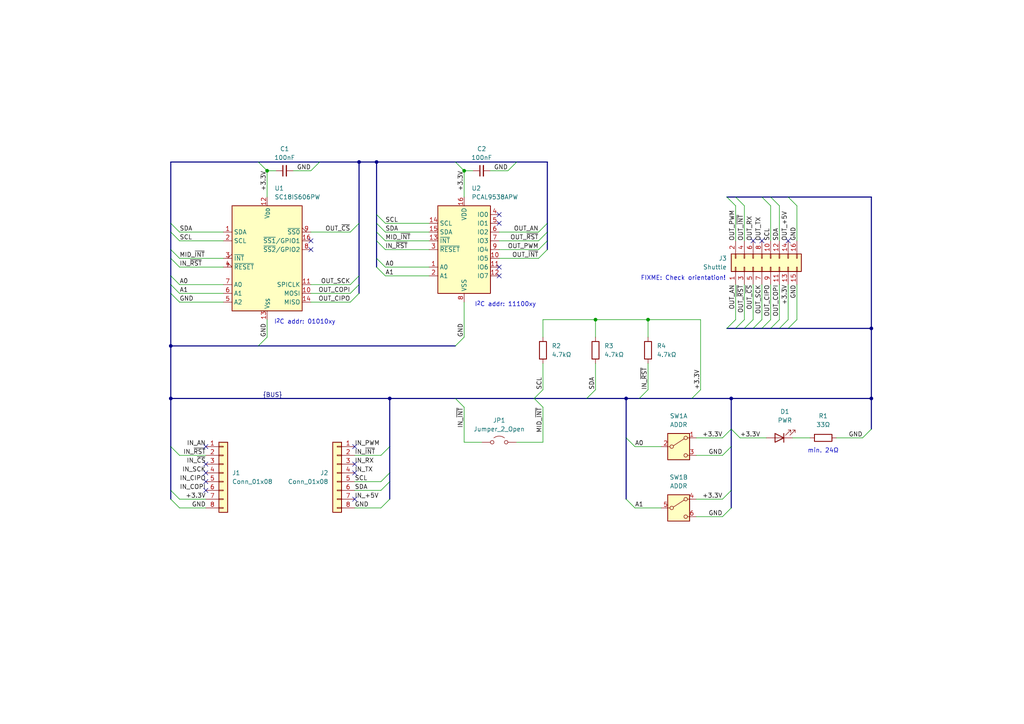
<source format=kicad_sch>
(kicad_sch (version 20250114) (generator "eeschema") (generator_version "9.0")
  (paper "A4")
  (lib_symbols
    (symbol "Connector_Generic:Conn_01x08" (pin_names (offset 1.016) (hide yes))
      (property "Reference" "J" (at 0 10.16 0))
      (property "Value" "Conn_01x08" (at 0 -12.7 0))
      (symbol "Conn_01x08_1_1"
        (rectangle (start -1.27 8.89) (end 1.27 -11.43) (stroke (width 0.254)) (fill (type background)))
        (rectangle (start -1.27 7.747) (end 0 7.493) (stroke (width 0.1524)))
        (rectangle (start -1.27 5.207) (end 0 4.953) (stroke (width 0.1524)))
        (rectangle (start -1.27 2.667) (end 0 2.413) (stroke (width 0.1524)))
        (rectangle (start -1.27 0.127) (end 0 -0.127) (stroke (width 0.1524)))
        (rectangle (start -1.27 -2.413) (end 0 -2.667) (stroke (width 0.1524)))
        (rectangle (start -1.27 -4.953) (end 0 -5.207) (stroke (width 0.1524)))
        (rectangle (start -1.27 -7.493) (end 0 -7.747) (stroke (width 0.1524)))
        (rectangle (start -1.27 -10.033) (end 0 -10.287) (stroke (width 0.1524)))
        (pin passive line (at -5.08 7.62 0) (length 3.81) (name "Pin_1") (number "1"))
        (pin passive line (at -5.08 5.08 0) (length 3.81) (name "Pin_2") (number "2"))
        (pin passive line (at -5.08 2.54 0) (length 3.81) (name "Pin_3") (number "3"))
        (pin passive line (at -5.08 0 0) (length 3.81) (name "Pin_4") (number "4"))
        (pin passive line (at -5.08 -2.54 0) (length 3.81) (name "Pin_5") (number "5"))
        (pin passive line (at -5.08 -5.08 0) (length 3.81) (name "Pin_6") (number "6"))
        (pin passive line (at -5.08 -7.62 0) (length 3.81) (name "Pin_7") (number "7"))
        (pin passive line (at -5.08 -10.16 0) (length 3.81) (name "Pin_8") (number "8"))
      )
    )
    (symbol "Connector_Generic:Conn_02x08_Odd_Even" (pin_names (offset 1.016) (hide yes))
      (property "Reference" "J" (at 1.27 10.16 0))
      (property "Value" "Conn_02x08_Odd_Even" (at 1.27 -12.7 0))
      (symbol "Conn_02x08_Odd_Even_1_1"
        (rectangle (start -1.27 8.89) (end 3.81 -11.43) (stroke (width 0.254)) (fill (type background)))
        (rectangle (start -1.27 7.747) (end 0 7.493) (stroke (width 0.1524)))
        (rectangle (start -1.27 5.207) (end 0 4.953) (stroke (width 0.1524)))
        (rectangle (start -1.27 2.667) (end 0 2.413) (stroke (width 0.1524)))
        (rectangle (start -1.27 0.127) (end 0 -0.127) (stroke (width 0.1524)))
        (rectangle (start -1.27 -2.413) (end 0 -2.667) (stroke (width 0.1524)))
        (rectangle (start -1.27 -4.953) (end 0 -5.207) (stroke (width 0.1524)))
        (rectangle (start -1.27 -7.493) (end 0 -7.747) (stroke (width 0.1524)))
        (rectangle (start -1.27 -10.033) (end 0 -10.287) (stroke (width 0.1524)))
        (rectangle (start 3.81 7.747) (end 2.54 7.493) (stroke (width 0.1524)))
        (rectangle (start 3.81 5.207) (end 2.54 4.953) (stroke (width 0.1524)))
        (rectangle (start 3.81 2.667) (end 2.54 2.413) (stroke (width 0.1524)))
        (rectangle (start 3.81 0.127) (end 2.54 -0.127) (stroke (width 0.1524)))
        (rectangle (start 3.81 -2.413) (end 2.54 -2.667) (stroke (width 0.1524)))
        (rectangle (start 3.81 -4.953) (end 2.54 -5.207) (stroke (width 0.1524)))
        (rectangle (start 3.81 -7.493) (end 2.54 -7.747) (stroke (width 0.1524)))
        (rectangle (start 3.81 -10.033) (end 2.54 -10.287) (stroke (width 0.1524)))
        (pin passive line (at -5.08 7.62 0) (length 3.81) (name "Pin_1") (number "1"))
        (pin passive line (at -5.08 5.08 0) (length 3.81) (name "Pin_3") (number "3"))
        (pin passive line (at -5.08 2.54 0) (length 3.81) (name "Pin_5") (number "5"))
        (pin passive line (at -5.08 0 0) (length 3.81) (name "Pin_7") (number "7"))
        (pin passive line (at -5.08 -2.54 0) (length 3.81) (name "Pin_9") (number "9"))
        (pin passive line (at -5.08 -5.08 0) (length 3.81) (name "Pin_11") (number "11"))
        (pin passive line (at -5.08 -7.62 0) (length 3.81) (name "Pin_13") (number "13"))
        (pin passive line (at -5.08 -10.16 0) (length 3.81) (name "Pin_15") (number "15"))
        (pin passive line (at 7.62 7.62 180) (length 3.81) (name "Pin_2") (number "2"))
        (pin passive line (at 7.62 5.08 180) (length 3.81) (name "Pin_4") (number "4"))
        (pin passive line (at 7.62 2.54 180) (length 3.81) (name "Pin_6") (number "6"))
        (pin passive line (at 7.62 0 180) (length 3.81) (name "Pin_8") (number "8"))
        (pin passive line (at 7.62 -2.54 180) (length 3.81) (name "Pin_10") (number "10"))
        (pin passive line (at 7.62 -5.08 180) (length 3.81) (name "Pin_12") (number "12"))
        (pin passive line (at 7.62 -7.62 180) (length 3.81) (name "Pin_14") (number "14"))
        (pin passive line (at 7.62 -10.16 180) (length 3.81) (name "Pin_16") (number "16"))
      )
    )
    (symbol "Device:C_Small" (pin_numbers (hide yes)) (pin_names (offset 0.254) (hide yes))
      (property "Reference" "C" (at 0.254 1.778 0))
      (property "Value" "C_Small" (at 0.254 -2.032 0))
      (symbol "C_Small_0_1"
        (polyline (pts (xy -1.524 0.508) (xy 1.524 0.508)) (stroke (width 0.3048)))
        (polyline (pts (xy -1.524 -0.508) (xy 1.524 -0.508)) (stroke (width 0.3302)))
      )
      (symbol "C_Small_1_1"
        (pin passive line (at 0 2.54 270) (length 2.032) (name "~") (number "1"))
        (pin passive line (at 0 -2.54 90) (length 2.032) (name "~") (number "2"))
      )
    )
    (symbol "Device:LED" (pin_numbers (hide yes)) (pin_names (offset 1.016) (hide yes))
      (property "Reference" "D" (at 0 2.54 0))
      (property "Value" "LED" (at 0 -2.54 0))
      (symbol "LED_0_1"
        (polyline (pts (xy -3.048 -0.762) (xy -4.572 -2.286) (xy -3.81 -2.286) (xy -4.572 -2.286) (xy -4.572 -1.524)))
        (polyline (pts (xy -1.778 -0.762) (xy -3.302 -2.286) (xy -2.54 -2.286) (xy -3.302 -2.286) (xy -3.302 -1.524)))
        (polyline (pts (xy -1.27 0) (xy 1.27 0)))
        (polyline (pts (xy -1.27 -1.27) (xy -1.27 1.27)) (stroke (width 0.254)))
        (polyline (pts (xy 1.27 -1.27) (xy 1.27 1.27) (xy -1.27 0) (xy 1.27 -1.27)) (stroke (width 0.254)))
      )
      (symbol "LED_1_1"
        (pin passive line (at -3.81 0 0) (length 2.54) (name "K") (number "1"))
        (pin passive line (at 3.81 0 180) (length 2.54) (name "A") (number "2"))
      )
    )
    (symbol "Device:R" (pin_numbers (hide yes)) (pin_names (offset 0))
      (property "Reference" "R" (at 2.032 0 90))
      (property "Value" "R" (at 0 0 90))
      (symbol "R_0_1"
        (rectangle (start -1.016 -2.54) (end 1.016 2.54) (stroke (width 0.254)))
      )
      (symbol "R_1_1"
        (pin passive line (at 0 3.81 270) (length 1.27) (name "~") (number "1"))
        (pin passive line (at 0 -3.81 90) (length 1.27) (name "~") (number "2"))
      )
    )
    (symbol "Interface:SC18IS606PW"
      (property "Reference" "U" (at -10.16 16.764 0))
      (property "Value" "SC18IS606PW" (at 1.27 16.764 0))
      (symbol "SC18IS606PW_1_1"
        (rectangle (start -10.16 15.24) (end 10.16 -15.24) (stroke (width 0.254)) (fill (type background)))
        (pin bidirectional line (at -12.7 7.62 0) (length 2.54) (name "SDA") (number "1"))
        (pin input line (at -12.7 5.08 0) (length 2.54) (name "SCL") (number "2"))
        (pin open_collector output_low (at -12.7 0 0) (length 2.54) (name "~{INT}") (number "3"))
        (pin input input_low (at -12.7 -2.54 0) (length 2.54) (name "~{RESET}") (number "4"))
        (pin input line (at -12.7 -7.62 0) (length 2.54) (name "A0") (number "7"))
        (pin input line (at -12.7 -10.16 0) (length 2.54) (name "A1") (number "6"))
        (pin input line (at -12.7 -12.7 0) (length 2.54) (name "A2") (number "5"))
        (pin power_in line (at 0 17.78 270) (length 2.54) (name "V_{DD}") (number "12"))
        (pin passive line (at 0 17.78 270) (length 2.54) (hide yes) (name "V_{DD}") (number "15"))
        (pin power_in line (at 0 -17.78 90) (length 2.54) (name "V_{SS}") (number "13"))
        (pin bidirectional line (at 12.7 7.62 180) (length 2.54) (name "~{SS0}/GPIO0") (number "9") (alternate "~{SS0}" output output_low))
        (pin bidirectional line (at 12.7 5.08 180) (length 2.54) (name "~{SS1}/GPIO1") (number "16"))
        (pin bidirectional line (at 12.7 2.54 180) (length 2.54) (name "~{SS2}/GPIO2") (number "8"))
        (pin output line (at 12.7 -7.62 180) (length 2.54) (name "SPICLK") (number "11"))
        (pin output line (at 12.7 -10.16 180) (length 2.54) (name "MOSI") (number "10"))
        (pin output line (at 12.7 -12.7 180) (length 2.54) (name "MISO") (number "14"))
      )
    )
    (symbol "Interface_Expansion:PCA9538D"
      (property "Reference" "U" (at -7.62 13.97 0))
      (property "Value" "PCA9538D" (at 2.54 13.97 0))
      (symbol "PCA9538D_0_1"
        (rectangle (start -7.62 12.7) (end 7.62 -12.7) (stroke (width 0.254)) (fill (type background)))
      )
      (symbol "PCA9538D_1_1"
        (pin input line (at -10.16 7.62 0) (length 2.54) (name "SCL") (number "14"))
        (pin bidirectional line (at -10.16 5.08 0) (length 2.54) (name "SDA") (number "15"))
        (pin open_collector line (at -10.16 2.54 0) (length 2.54) (name "~{INT}") (number "13"))
        (pin input line (at -10.16 0 0) (length 2.54) (name "~{RESET}") (number "3"))
        (pin input line (at -10.16 -5.08 0) (length 2.54) (name "A0") (number "1"))
        (pin input line (at -10.16 -7.62 0) (length 2.54) (name "A1") (number "2"))
        (pin power_in line (at 0 15.24 270) (length 2.54) (name "VDD") (number "16"))
        (pin power_in line (at 0 -15.24 90) (length 2.54) (name "VSS") (number "8"))
        (pin bidirectional line (at 10.16 10.16 180) (length 2.54) (name "IO0") (number "4"))
        (pin bidirectional line (at 10.16 7.62 180) (length 2.54) (name "IO1") (number "5"))
        (pin bidirectional line (at 10.16 5.08 180) (length 2.54) (name "IO2") (number "6"))
        (pin bidirectional line (at 10.16 2.54 180) (length 2.54) (name "IO3") (number "7"))
        (pin bidirectional line (at 10.16 0 180) (length 2.54) (name "IO4") (number "9"))
        (pin bidirectional line (at 10.16 -2.54 180) (length 2.54) (name "IO5") (number "10"))
        (pin bidirectional line (at 10.16 -5.08 180) (length 2.54) (name "IO6") (number "11"))
        (pin bidirectional line (at 10.16 -7.62 180) (length 2.54) (name "IO7") (number "12"))
      )
    )
    (symbol "Jumper:Jumper_2_Open" (pin_numbers (hide yes)) (pin_names (offset 0) (hide yes))
      (property "Reference" "JP" (at 0 2.794 0))
      (property "Value" "Jumper_2_Open" (at 0 -2.286 0))
      (symbol "Jumper_2_Open_0_0"
        (circle (center -2.032 0) (radius 0.508))
        (circle (center 2.032 0) (radius 0.508))
      )
      (symbol "Jumper_2_Open_0_1"
        (arc (start -1.524 1.27) (mid 0 1.778) (end 1.524 1.27))
      )
      (symbol "Jumper_2_Open_1_1"
        (pin passive line (at -5.08 0 0) (length 2.54) (name "A") (number "1"))
        (pin passive line (at 5.08 0 180) (length 2.54) (name "B") (number "2"))
      )
    )
    (symbol "Switch:SW_DPDT_x2" (pin_names (offset 0) (hide yes))
      (property "Reference" "SW" (at 0 5.08 0))
      (property "Value" "SW_DPDT_x2" (at 0 -5.08 0))
      (symbol "SW_DPDT_x2_0_0"
        (circle (center -2.032 0) (radius 0.508))
        (circle (center 2.032 -2.54) (radius 0.508))
      )
      (symbol "SW_DPDT_x2_0_1"
        (rectangle (start -3.175 3.81) (end 3.175 -3.81) (stroke (width 0.254)) (fill (type background)))
        (polyline (pts (xy -1.524 0.254) (xy 1.5748 2.286)))
        (circle (center 2.032 2.54) (radius 0.508))
      )
      (symbol "SW_DPDT_x2_1_1"
        (pin passive line (at -5.08 0 0) (length 2.54) (name "B") (number "2"))
        (pin passive line (at 5.08 2.54 180) (length 2.54) (name "A") (number "1"))
        (pin passive line (at 5.08 -2.54 180) (length 2.54) (name "C") (number "3"))
      )
      (symbol "SW_DPDT_x2_2_1"
        (pin passive line (at -5.08 0 0) (length 2.54) (name "B") (number "5"))
        (pin passive line (at 5.08 2.54 180) (length 2.54) (name "A") (number "4"))
        (pin passive line (at 5.08 -2.54 180) (length 2.54) (name "C") (number "6"))
      )
    )
  )
  (bus_alias "BUS" (members "IN_~{RST}" "+3.3V" "+5V" "GND" "OUT_~{RST}" "OUT_AN" "OUT_~{CS}" "OUT_SCK" "OUT_CIPO" "OUT_COPI" "SCL" "SDA" "OUT_~{INT}" "OUT_PWM" "A0" "A1"))
  (text "min. 24Ω" (at 238.76 130.81 0) (effects (font (size 1.27 1.27))))
  (text "FIXME: Check orientation!" (at 210.566 80.01 0) (effects (font (size 1.27 1.27)) (justify right top)))
  (text "I^{2}C addr: 11100xy" (at 137.668 87.63 0) (effects (font (size 1.27 1.27)) (justify left top)))
  (text "I^{2}C addr: 01010xy" (at 79.502 92.71 0) (effects (font (size 1.27 1.27)) (justify left top)))
  (junction (at 212.09 115.57))
  (junction (at 49.53 100.33))
  (junction (at 181.61 115.57))
  (junction (at 77.47 49.53))
  (junction (at 187.96 92.71))
  (junction (at 134.62 49.53))
  (junction (at 49.53 115.57))
  (junction (at 172.72 92.71))
  (junction (at 104.14 46.99))
  (junction (at 252.73 95.25))
  (junction (at 252.73 115.57))
  (junction (at 109.22 46.99))
  (junction (at 113.03 115.57))
  (no_connect (at 59.69 142.24))
  (no_connect (at 228.6 69.85))
  (no_connect (at 102.87 144.78))
  (no_connect (at 102.87 134.62))
  (no_connect (at 59.69 139.7))
  (no_connect (at 59.69 134.62))
  (no_connect (at 218.44 69.85))
  (no_connect (at 90.17 72.39))
  (no_connect (at 59.69 129.54))
  (no_connect (at 144.78 77.47))
  (no_connect (at 59.69 137.16))
  (no_connect (at 144.78 64.77))
  (no_connect (at 144.78 80.01))
  (no_connect (at 102.87 129.54))
  (no_connect (at 220.98 69.85))
  (no_connect (at 144.78 62.23))
  (no_connect (at 102.87 137.16))
  (no_connect (at 90.17 69.85))
  (bus_entry (at 49.53 67.31) (size 2.54 2.54))
  (bus_entry (at 218.44 95.25) (size 2.54 -2.54))
  (bus_entry (at 109.22 64.77) (size 2.54 2.54))
  (bus_entry (at 220.98 95.25) (size 2.54 -2.54))
  (bus_entry (at 187.96 113.03) (size -2.54 2.54))
  (bus_entry (at 210.82 57.15) (size 2.54 2.54))
  (bus_entry (at 90.17 49.53) (size 2.54 -2.54))
  (bus_entry (at 172.72 113.03) (size -2.54 2.54))
  (bus_entry (at 223.52 57.15) (size 2.54 2.54))
  (bus_entry (at 181.61 144.78) (size 2.54 2.54))
  (bus_entry (at 158.75 69.85) (size -2.54 2.54))
  (bus_entry (at 223.52 95.25) (size 2.54 -2.54))
  (bus_entry (at 49.53 80.01) (size 2.54 2.54))
  (bus_entry (at 209.55 149.86) (size 2.54 -2.54))
  (bus_entry (at 109.22 77.47) (size 2.54 2.54))
  (bus_entry (at 181.61 127) (size 2.54 2.54))
  (bus_entry (at 104.14 85.09) (size -2.54 2.54))
  (bus_entry (at 158.75 64.77) (size -2.54 2.54))
  (bus_entry (at 113.03 129.54) (size -2.54 2.54))
  (bus_entry (at 113.03 139.7) (size -2.54 2.54))
  (bus_entry (at 158.75 67.31) (size -2.54 2.54))
  (bus_entry (at 134.62 118.11) (size -2.54 -2.54))
  (bus_entry (at 113.03 144.78) (size -2.54 2.54))
  (bus_entry (at 109.22 67.31) (size 2.54 2.54))
  (bus_entry (at 213.36 95.25) (size 2.54 -2.54))
  (bus_entry (at 210.82 95.25) (size 2.54 -2.54))
  (bus_entry (at 209.55 132.08) (size 2.54 -2.54))
  (bus_entry (at 147.32 49.53) (size 2.54 -2.54))
  (bus_entry (at 109.22 62.23) (size 2.54 2.54))
  (bus_entry (at 52.07 147.32) (size -2.54 -2.54))
  (bus_entry (at 214.63 127) (size -2.54 -2.54))
  (bus_entry (at 49.53 74.93) (size 2.54 2.54))
  (bus_entry (at 109.22 69.85) (size 2.54 2.54))
  (bus_entry (at 228.6 95.25) (size 2.54 -2.54))
  (bus_entry (at 250.19 127) (size 2.54 -2.54))
  (bus_entry (at 104.14 82.55) (size -2.54 2.54))
  (bus_entry (at 49.53 64.77) (size 2.54 2.54))
  (bus_entry (at 74.93 46.99) (size 2.54 2.54))
  (bus_entry (at 157.48 113.03) (size -2.54 2.54))
  (bus_entry (at 113.03 137.16) (size -2.54 2.54))
  (bus_entry (at 49.53 82.55) (size 2.54 2.54))
  (bus_entry (at 52.07 144.78) (size -2.54 -2.54))
  (bus_entry (at 213.36 57.15) (size 2.54 2.54))
  (bus_entry (at 209.55 127) (size 2.54 -2.54))
  (bus_entry (at 132.08 100.33) (size 2.54 -2.54))
  (bus_entry (at 158.75 72.39) (size -2.54 2.54))
  (bus_entry (at 215.9 95.25) (size 2.54 -2.54))
  (bus_entry (at 52.07 132.08) (size -2.54 -2.54))
  (bus_entry (at 200.66 115.57) (size 2.54 -2.54))
  (bus_entry (at 132.08 46.99) (size 2.54 2.54))
  (bus_entry (at 49.53 85.09) (size 2.54 2.54))
  (bus_entry (at 49.53 72.39) (size 2.54 2.54))
  (bus_entry (at 74.93 100.33) (size 2.54 -2.54))
  (bus_entry (at 109.22 74.93) (size 2.54 2.54))
  (bus_entry (at 157.48 118.11) (size -2.54 -2.54))
  (bus_entry (at 226.06 95.25) (size 2.54 -2.54))
  (bus_entry (at 228.6 57.15) (size 2.54 2.54))
  (bus_entry (at 220.98 57.15) (size 2.54 2.54))
  (bus_entry (at 104.14 64.77) (size -2.54 2.54))
  (bus_entry (at 104.14 80.01) (size -2.54 2.54))
  (bus_entry (at 209.55 144.78) (size 2.54 -2.54))
  (wire (pts (xy 226.06 59.69) (xy 226.06 69.85)))
  (wire (pts (xy 215.9 59.69) (xy 215.9 69.85)))
  (wire (pts (xy 52.07 147.32) (xy 59.69 147.32)))
  (bus (pts (xy 210.82 95.25) (xy 213.36 95.25)))
  (wire (pts (xy 52.07 67.31) (xy 64.77 67.31)))
  (wire (pts (xy 111.76 77.47) (xy 124.46 77.47)))
  (bus (pts (xy 113.03 115.57) (xy 49.53 115.57)))
  (bus (pts (xy 226.06 95.25) (xy 228.6 95.25)))
  (bus (pts (xy 223.52 95.25) (xy 226.06 95.25)))
  (bus (pts (xy 104.14 80.01) (xy 104.14 82.55)))
  (wire (pts (xy 201.93 127) (xy 209.55 127)))
  (bus (pts (xy 49.53 142.24) (xy 49.53 144.78)))
  (bus (pts (xy 113.03 115.57) (xy 132.08 115.57)))
  (wire (pts (xy 184.15 147.32) (xy 191.77 147.32)))
  (wire (pts (xy 77.47 49.53) (xy 80.01 49.53)))
  (bus (pts (xy 228.6 57.15) (xy 252.73 57.15)))
  (bus (pts (xy 49.53 100.33) (xy 74.93 100.33)))
  (bus (pts (xy 158.75 46.99) (xy 149.86 46.99)))
  (wire (pts (xy 111.76 64.77) (xy 124.46 64.77)))
  (wire (pts (xy 102.87 142.24) (xy 110.49 142.24)))
  (wire (pts (xy 201.93 132.08) (xy 209.55 132.08)))
  (wire (pts (xy 144.78 67.31) (xy 156.21 67.31)))
  (wire (pts (xy 52.07 74.93) (xy 64.77 74.93)))
  (wire (pts (xy 223.52 82.55) (xy 223.52 92.71)))
  (wire (pts (xy 201.93 149.86) (xy 209.55 149.86)))
  (bus (pts (xy 170.18 115.57) (xy 181.61 115.57)))
  (bus (pts (xy 49.53 46.99) (xy 74.93 46.99)))
  (bus (pts (xy 109.22 64.77) (xy 109.22 67.31)))
  (wire (pts (xy 218.44 82.55) (xy 218.44 92.71)))
  (wire (pts (xy 90.17 85.09) (xy 101.6 85.09)))
  (wire (pts (xy 228.6 82.55) (xy 228.6 92.71)))
  (bus (pts (xy 158.75 69.85) (xy 158.75 72.39)))
  (bus (pts (xy 113.03 139.7) (xy 113.03 137.16)))
  (wire (pts (xy 90.17 87.63) (xy 101.6 87.63)))
  (bus (pts (xy 212.09 142.24) (xy 212.09 147.32)))
  (wire (pts (xy 172.72 105.41) (xy 172.72 113.03)))
  (bus (pts (xy 149.86 46.99) (xy 132.08 46.99)))
  (wire (pts (xy 77.47 92.71) (xy 77.47 97.79)))
  (bus (pts (xy 158.75 46.99) (xy 158.75 64.77)))
  (bus (pts (xy 113.03 139.7) (xy 113.03 144.78)))
  (bus (pts (xy 185.42 115.57) (xy 200.66 115.57)))
  (wire (pts (xy 226.06 82.55) (xy 226.06 92.71)))
  (wire (pts (xy 229.87 127) (xy 234.95 127)))
  (wire (pts (xy 157.48 128.27) (xy 149.86 128.27)))
  (wire (pts (xy 214.63 127) (xy 222.25 127)))
  (wire (pts (xy 144.78 69.85) (xy 156.21 69.85)))
  (bus (pts (xy 49.53 80.01) (xy 49.53 74.93)))
  (bus (pts (xy 220.98 57.15) (xy 223.52 57.15)))
  (bus (pts (xy 49.53 64.77) (xy 49.53 46.99)))
  (wire (pts (xy 134.62 49.53) (xy 137.16 49.53)))
  (wire (pts (xy 215.9 82.55) (xy 215.9 92.71)))
  (bus (pts (xy 215.9 95.25) (xy 218.44 95.25)))
  (wire (pts (xy 157.48 92.71) (xy 157.48 97.79)))
  (wire (pts (xy 134.62 128.27) (xy 139.7 128.27)))
  (bus (pts (xy 49.53 85.09) (xy 49.53 82.55)))
  (wire (pts (xy 102.87 132.08) (xy 110.49 132.08)))
  (wire (pts (xy 90.17 67.31) (xy 101.6 67.31)))
  (wire (pts (xy 52.07 85.09) (xy 64.77 85.09)))
  (wire (pts (xy 134.62 49.53) (xy 134.62 57.15)))
  (wire (pts (xy 111.76 80.01) (xy 124.46 80.01)))
  (wire (pts (xy 102.87 147.32) (xy 110.49 147.32)))
  (bus (pts (xy 74.93 100.33) (xy 132.08 100.33)))
  (bus (pts (xy 212.09 124.46) (xy 212.09 129.54)))
  (bus (pts (xy 49.53 82.55) (xy 49.53 80.01)))
  (bus (pts (xy 49.53 115.57) (xy 49.53 100.33)))
  (wire (pts (xy 134.62 118.11) (xy 134.62 128.27)))
  (bus (pts (xy 181.61 127) (xy 181.61 144.78)))
  (wire (pts (xy 187.96 92.71) (xy 172.72 92.71)))
  (bus (pts (xy 228.6 95.25) (xy 252.73 95.25)))
  (wire (pts (xy 223.52 59.69) (xy 223.52 69.85)))
  (bus (pts (xy 109.22 69.85) (xy 109.22 74.93)))
  (wire (pts (xy 157.48 128.27) (xy 157.48 118.11)))
  (bus (pts (xy 218.44 95.25) (xy 220.98 95.25)))
  (bus (pts (xy 223.52 57.15) (xy 228.6 57.15)))
  (bus (pts (xy 49.53 100.33) (xy 49.53 85.09)))
  (wire (pts (xy 90.17 82.55) (xy 101.6 82.55)))
  (wire (pts (xy 52.07 69.85) (xy 64.77 69.85)))
  (wire (pts (xy 213.36 82.55) (xy 213.36 92.71)))
  (bus (pts (xy 92.71 46.99) (xy 104.14 46.99)))
  (bus (pts (xy 200.66 115.57) (xy 212.09 115.57)))
  (wire (pts (xy 111.76 67.31) (xy 124.46 67.31)))
  (bus (pts (xy 213.36 95.25) (xy 215.9 95.25)))
  (bus (pts (xy 212.09 115.57) (xy 212.09 124.46)))
  (wire (pts (xy 184.15 129.54) (xy 191.77 129.54)))
  (wire (pts (xy 231.14 82.55) (xy 231.14 92.71)))
  (wire (pts (xy 220.98 82.55) (xy 220.98 92.71)))
  (bus (pts (xy 104.14 46.99) (xy 104.14 64.77)))
  (bus (pts (xy 181.61 115.57) (xy 185.42 115.57)))
  (wire (pts (xy 52.07 87.63) (xy 64.77 87.63)))
  (bus (pts (xy 158.75 67.31) (xy 158.75 69.85)))
  (bus (pts (xy 49.53 129.54) (xy 49.53 142.24)))
  (bus (pts (xy 49.53 74.93) (xy 49.53 72.39)))
  (wire (pts (xy 144.78 72.39) (xy 156.21 72.39)))
  (bus (pts (xy 252.73 95.25) (xy 252.73 115.57)))
  (wire (pts (xy 242.57 127) (xy 250.19 127)))
  (bus (pts (xy 109.22 62.23) (xy 109.22 64.77)))
  (bus (pts (xy 104.14 64.77) (xy 104.14 80.01)))
  (bus (pts (xy 220.98 95.25) (xy 223.52 95.25)))
  (bus (pts (xy 213.36 57.15) (xy 220.98 57.15)))
  (wire (pts (xy 231.14 59.69) (xy 231.14 69.85)))
  (bus (pts (xy 113.03 137.16) (xy 113.03 129.54)))
  (bus (pts (xy 74.93 46.99) (xy 92.71 46.99)))
  (wire (pts (xy 203.2 113.03) (xy 203.2 92.71)))
  (bus (pts (xy 181.61 115.57) (xy 181.61 127)))
  (wire (pts (xy 52.07 144.78) (xy 59.69 144.78)))
  (wire (pts (xy 144.78 74.93) (xy 156.21 74.93)))
  (bus (pts (xy 49.53 67.31) (xy 49.53 64.77)))
  (bus (pts (xy 252.73 115.57) (xy 252.73 124.46)))
  (wire (pts (xy 201.93 144.78) (xy 209.55 144.78)))
  (bus (pts (xy 109.22 74.93) (xy 109.22 77.47)))
  (bus (pts (xy 109.22 46.99) (xy 132.08 46.99)))
  (bus (pts (xy 104.14 46.99) (xy 109.22 46.99)))
  (bus (pts (xy 49.53 72.39) (xy 49.53 67.31)))
  (bus (pts (xy 109.22 67.31) (xy 109.22 69.85)))
  (bus (pts (xy 49.53 115.57) (xy 49.53 129.54)))
  (bus (pts (xy 210.82 57.15) (xy 213.36 57.15)))
  (wire (pts (xy 172.72 92.71) (xy 172.72 97.79)))
  (wire (pts (xy 52.07 82.55) (xy 64.77 82.55)))
  (wire (pts (xy 187.96 92.71) (xy 187.96 97.79)))
  (wire (pts (xy 142.24 49.53) (xy 147.32 49.53)))
  (bus (pts (xy 113.03 129.54) (xy 113.03 115.57)))
  (bus (pts (xy 132.08 115.57) (xy 154.94 115.57)))
  (wire (pts (xy 111.76 72.39) (xy 124.46 72.39)))
  (bus (pts (xy 212.09 129.54) (xy 212.09 142.24)))
  (bus (pts (xy 158.75 64.77) (xy 158.75 67.31)))
  (wire (pts (xy 52.07 132.08) (xy 59.69 132.08)))
  (wire (pts (xy 85.09 49.53) (xy 90.17 49.53)))
  (wire (pts (xy 187.96 105.41) (xy 187.96 113.03)))
  (bus (pts (xy 154.94 115.57) (xy 170.18 115.57)))
  (wire (pts (xy 157.48 105.41) (xy 157.48 113.03)))
  (wire (pts (xy 134.62 87.63) (xy 134.62 97.79)))
  (bus (pts (xy 212.09 115.57) (xy 252.73 115.57)))
  (bus (pts (xy 252.73 57.15) (xy 252.73 95.25)))
  (wire (pts (xy 203.2 92.71) (xy 187.96 92.71)))
  (bus (pts (xy 109.22 46.99) (xy 109.22 62.23)))
  (wire (pts (xy 52.07 77.47) (xy 64.77 77.47)))
  (bus (pts (xy 104.14 82.55) (xy 104.14 85.09)))
  (wire (pts (xy 102.87 139.7) (xy 110.49 139.7)))
  (wire (pts (xy 77.47 49.53) (xy 77.47 57.15)))
  (wire (pts (xy 213.36 59.69) (xy 213.36 69.85)))
  (wire (pts (xy 111.76 69.85) (xy 124.46 69.85)))
  (wire (pts (xy 172.72 92.71) (xy 157.48 92.71)))
  (label "OUT_~{RST}" (at 156.21 69.85 180))
  (label "OUT_~{INT}" (at 156.21 74.93 180))
  (label "+3.3V" (at 209.55 127 180))
  (label "A0" (at 184.15 129.54 0))
  (label "GND" (at 59.69 147.32 180))
  (label "OUT_~{CS}" (at 101.6 67.31 180))
  (label "OUT_AN" (at 213.36 82.55 270))
  (label "A1" (at 111.76 80.01 0))
  (label "MID_~{INT}" (at 111.76 69.85 0))
  (label "IN_COPI" (at 59.69 142.24 180))
  (label "IN_CIPO" (at 59.69 139.7 180))
  (label "OUT_~{INT}" (at 215.9 69.85 90))
  (label "GND" (at 231.14 82.55 270))
  (label "IN_~{INT}" (at 102.87 132.08 0))
  (label "SDA" (at 52.07 67.31 0))
  (label "OUT_~{RST}" (at 215.9 82.55 270))
  (label "+3.3V" (at 59.69 144.78 180))
  (label "IN_~{RST}" (at 187.96 113.03 90))
  (label "OUT_AN" (at 156.21 67.31 180))
  (label "SCL" (at 52.07 69.85 0))
  (label "GND" (at 52.07 87.63 0))
  (label "OUT_COPI" (at 101.6 85.09 180))
  (label "SCL" (at 157.48 113.03 90))
  (label "OUT_CIPO" (at 101.6 87.63 180))
  (label "GND" (at 90.17 49.53 180))
  (label "SCL" (at 102.87 139.7 0))
  (label "+3.3V" (at 134.62 49.53 270))
  (label "+3.3V" (at 203.2 113.03 90))
  (label "SDA" (at 172.72 113.03 90))
  (label "OUT_+5V" (at 228.6 69.85 90))
  (label "SCL" (at 111.76 64.77 0))
  (label "GND" (at 209.55 132.08 180))
  (label "GND" (at 250.19 127 180))
  (label "A1" (at 52.07 85.09 0))
  (label "IN_~{RST}" (at 59.69 132.08 180))
  (label "IN_~{INT}" (at 134.62 118.11 270))
  (label "IN_~{RST}" (at 111.76 72.39 0))
  (label "IN_AN" (at 59.69 129.54 180))
  (label "OUT_COPI" (at 226.06 82.55 270))
  (label "OUT_TX" (at 220.98 69.85 90))
  (label "A1" (at 184.15 147.32 0))
  (label "SCL" (at 223.52 69.85 90))
  (label "IN_~{CS}" (at 59.69 134.62 180))
  (label "GND" (at 102.87 147.32 0))
  (label "+3.3V" (at 228.6 82.55 270))
  (label "MID_~{INT}" (at 157.48 118.11 270))
  (label "+3.3V" (at 77.47 49.53 270))
  (label "A0" (at 52.07 82.55 0))
  (label "OUT_CIPO" (at 223.52 82.55 270))
  (label "MID_~{INT}" (at 52.07 74.93 0))
  (label "GND" (at 231.14 69.85 90))
  (label "+3.3V" (at 209.55 144.78 180))
  (label "GND" (at 147.32 49.53 180))
  (label "SDA" (at 111.76 67.31 0))
  (label "OUT_SCK" (at 220.98 82.55 270))
  (label "A0" (at 111.76 77.47 0))
  (label "IN_~{RST}" (at 52.07 77.47 0))
  (label "SDA" (at 226.06 69.85 90))
  (label "OUT_~{CS}" (at 218.44 82.55 270))
  (label "IN_SCK" (at 59.69 137.16 180))
  (label "+3.3V" (at 214.63 127 0))
  (label "{BUS}" (at 76.2 115.57 0))
  (label "OUT_SCK" (at 101.6 82.55 180))
  (label "GND" (at 77.47 97.79 90))
  (label "OUT_PWM" (at 156.21 72.39 180))
  (label "OUT_RX" (at 218.44 69.85 90))
  (label "IN_PWM" (at 102.87 129.54 0))
  (label "SDA" (at 102.87 142.24 0))
  (label "IN_+5V" (at 102.87 144.78 0))
  (label "GND" (at 209.55 149.86 180))
  (label "GND" (at 134.62 97.79 90))
  (label "OUT_PWM" (at 213.36 69.85 90))
  (label "IN_TX" (at 102.87 137.16 0))
  (label "IN_RX" (at 102.87 134.62 0))
  (symbol (lib_id "Device:C_Small") (at 139.7 49.53 90) (unit 1)
    (property "Reference" "C2" (at 139.7063 43.18 90))
    (property "Value" "100nF" (at 139.7063 45.72 90))
    (property "Footprint" "Capacitor_SMD:C_0402_1005Metric" (effects (hide yes)))
    (property "Description" "Unpolarized capacitor, small symbol" (effects (hide yes)))
  )
  (symbol (lib_id "Jumper:Jumper_2_Open") (at 144.78 128.27 0) (unit 1)
    (property "Reference" "JP1" (at 144.78 121.92 0))
    (property "Value" "Jumper_2_Open" (at 144.78 124.46 0))
    (property "Footprint" "Connector_PinHeader_2.54mm:PinHeader_1x02_P2.54mm_Vertical" (effects (hide yes)))
    (property "Description" "Jumper, 2-pole, open" (effects (hide yes)))
  )
  (symbol (lib_id "Switch:SW_DPDT_x2") (at 196.85 147.32 0) (unit 2)
    (property "Reference" "SW1" (at 196.85 138.43 0))
    (property "Value" "ADDR" (at 196.85 140.97 0))
    (property "Footprint" "Button_Switch_SMD:Nidec_Copal_CAS-D20A" (effects (hide yes)))
    (property "Description" "Switch, dual pole double throw, separate symbols" (effects (hide yes)))
  )
  (symbol (lib_id "Device:LED") (at 226.06 127 180) (unit 1)
    (property "Reference" "D1" (at 227.6475 119.38 0))
    (property "Value" "PWR" (at 227.6475 121.92 0))
    (property "Footprint" "LED_SMD:LED_0805_2012Metric" (effects (hide yes)))
    (property "Description" "Light emitting diode" (effects (hide yes)))
    (property "Sim.Pins" "1=K 2=A" (effects (hide yes)))
  )
  (symbol (lib_id "Device:R") (at 187.96 101.6 0) (unit 1)
    (property "Reference" "R4" (at 190.5 100.3299 0) (effects (justify left)))
    (property "Value" "4.7kΩ" (at 190.5 102.8699 0) (effects (justify left)))
    (property "Footprint" "Resistor_SMD:R_0402_1005Metric" (effects (hide yes)))
    (property "Description" "Resistor" (effects (hide yes)))
  )
  (symbol (lib_id "Device:R") (at 238.76 127 90) (unit 1)
    (property "Reference" "R1" (at 238.76 120.65 90))
    (property "Value" "33Ω" (at 238.76 123.19 90))
    (property "Footprint" "Resistor_SMD:R_0603_1608Metric" (effects (hide yes)))
    (property "Description" "Resistor" (effects (hide yes)))
  )
  (symbol (lib_id "Connector_Generic:Conn_02x08_Odd_Even") (at 220.98 77.47 90) (unit 1)
    (property "Reference" "J3" (at 210.82 74.9299 90) (effects (justify left)))
    (property "Value" "Shuttle" (at 210.82 77.4699 90) (effects (justify left)))
    (property "Footprint" "Connector_PinHeader_1.27mm_LowProfile:CNC_3221-16-0300-00" (effects (hide yes)))
    (property "Description" "Generic connector, double row, 02x08, odd/even pin numbering scheme (row 1 odd numbers, row 2 even numbers), script generated (kicad-library-utils/schlib/autogen/connector/)" (effects (hide yes)))
  )
  (symbol (lib_id "Device:C_Small") (at 82.55 49.53 90) (unit 1)
    (property "Reference" "C1" (at 82.5563 43.18 90))
    (property "Value" "100nF" (at 82.5563 45.72 90))
    (property "Footprint" "Capacitor_SMD:C_0402_1005Metric" (effects (hide yes)))
    (property "Description" "Unpolarized capacitor, small symbol" (effects (hide yes)))
  )
  (symbol (lib_id "Interface_Expansion:PCA9538D") (at 134.62 72.39 0) (unit 1)
    (property "Reference" "U2" (at 136.7633 54.61 0) (effects (justify left)))
    (property "Value" "PCAL9538APW" (at 136.7633 57.15 0) (effects (justify left)))
    (property "Footprint" "Package_SO:TSSOP-16_4.4x5mm_P0.65mm" (effects (hide yes)))
    (property "Datasheet" "https://www.nxp.com/docs/en/data-sheet/PCAL9538A.pdf" (effects (hide yes)))
    (property "Description" "8-bit I2C-bus and SMBus configurable I/O port with interrupt and reset, TSSOP-16" (effects (hide yes)))
  )
  (symbol (lib_id "Interface:SC18IS606PW") (at 77.47 74.93 0) (unit 1)
    (property "Reference" "U1" (at 79.6133 54.61 0) (effects (justify left)))
    (property "Value" "SC18IS606PW" (at 79.6133 57.15 0) (effects (justify left)))
    (property "Footprint" "Package_SO:TSSOP-16_4.4x5mm_P0.65mm" (effects (hide yes)))
    (property "Datasheet" "https://www.nxp.com/docs/en/data-sheet/SC18IS606.pdf" (effects (hide yes)))
    (property "Description" "I2C controller to SPI peripheral bridge, TSSOP-16" (effects (hide yes)))
    (pin "9" (alternate "~{SS0}"))
  )
  (symbol (lib_id "Device:R") (at 157.48 101.6 0) (unit 1)
    (property "Reference" "R2" (at 160.02 100.3299 0) (effects (justify left)))
    (property "Value" "4.7kΩ" (at 160.02 102.8699 0) (effects (justify left)))
    (property "Footprint" "Resistor_SMD:R_0402_1005Metric" (effects (hide yes)))
    (property "Description" "Resistor" (effects (hide yes)))
  )
  (symbol (lib_id "Switch:SW_DPDT_x2") (at 196.85 129.54 0) (unit 1)
    (property "Reference" "SW1" (at 196.85 120.65 0))
    (property "Value" "ADDR" (at 196.85 123.19 0))
    (property "Footprint" "Button_Switch_SMD:Nidec_Copal_CAS-D20A" (effects (hide yes)))
    (property "Description" "Switch, dual pole double throw, separate symbols" (effects (hide yes)))
  )
  (symbol (lib_id "Device:R") (at 172.72 101.6 0) (unit 1)
    (property "Reference" "R3" (at 175.26 100.3299 0) (effects (justify left)))
    (property "Value" "4.7kΩ" (at 175.26 102.8699 0) (effects (justify left)))
    (property "Footprint" "Resistor_SMD:R_0402_1005Metric" (effects (hide yes)))
    (property "Description" "Resistor" (effects (hide yes)))
  )
  (symbol (lib_id "Connector_Generic:Conn_01x08") (at 97.79 137.16 0) (mirror y) (unit 1)
    (property "Reference" "J2" (at 95.25 137.1599 0) (effects (justify left)))
    (property "Value" "Conn_01x08" (at 95.25 139.6999 0) (effects (justify left)))
    (property "Footprint" "Connector_PinHeader_2.54mm:PinHeader_1x08_P2.54mm_Vertical" (effects (hide yes)))
    (property "Description" "Generic connector, single row, 01x08, script generated (kicad-library-utils/schlib/autogen/connector/)" (effects (hide yes)))
  )
  (symbol (lib_id "Connector_Generic:Conn_01x08") (at 64.77 137.16 0) (unit 1)
    (property "Reference" "J1" (at 67.31 137.1599 0) (effects (justify left)))
    (property "Value" "Conn_01x08" (at 67.31 139.6999 0) (effects (justify left)))
    (property "Footprint" "Connector_PinHeader_2.54mm:PinHeader_1x08_P2.54mm_Vertical" (effects (hide yes)))
    (property "Description" "Generic connector, single row, 01x08, script generated (kicad-library-utils/schlib/autogen/connector/)" (effects (hide yes)))
  )
)
</source>
